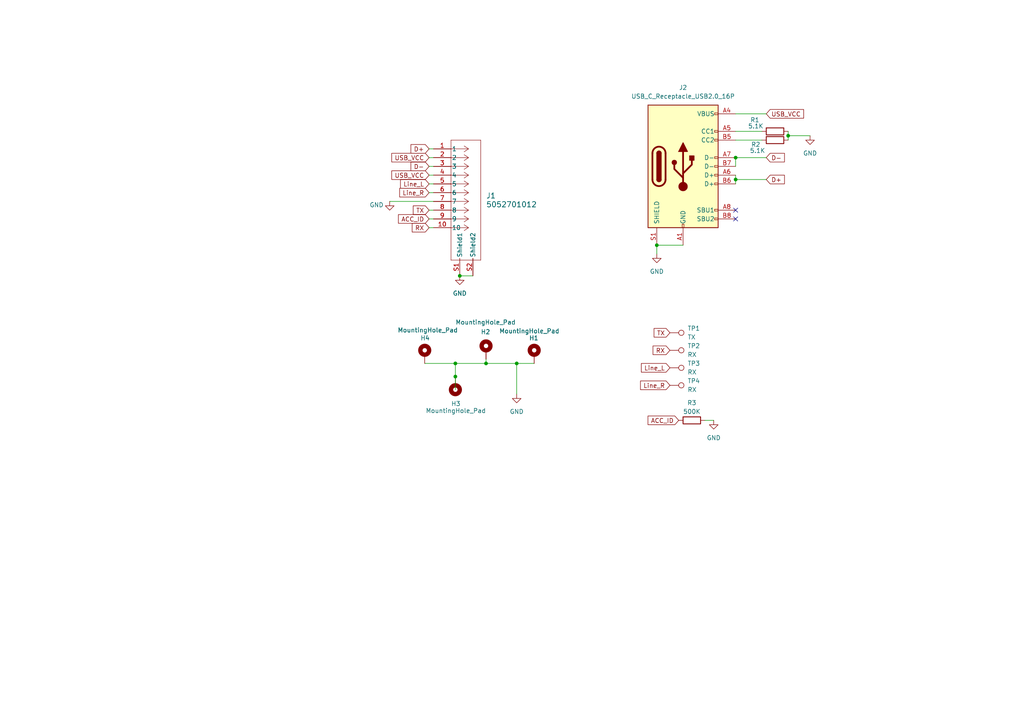
<source format=kicad_sch>
(kicad_sch (version 20231120) (generator "eeschema") (generator_version "8.0")
  (paper "A4")
  (lib_symbols
    (symbol "Connector:5052701012" (pin_names (offset 0.254))
      (property "Reference" "J" (at 8.89 6.35 0))
      (property "Value" "5052701012" (at 21.336 -22.86 0))
      (symbol "5052701012_1_1"
        (polyline (pts (xy 5.08 -32.258) (xy 13.716 -32.258)) (stroke (width 0.127)))
        (polyline (pts (xy 5.08 2.54) (xy 5.08 -32.258)) (stroke (width 0.127)))
        (polyline (pts (xy 10.16 -22.86) (xy 5.08 -22.86)) (stroke (width 0.127)))
        (polyline (pts (xy 10.16 -22.86) (xy 8.89 -23.7067)) (stroke (width 0.127)))
        (polyline (pts (xy 10.16 -22.86) (xy 8.89 -22.0133)) (stroke (width 0.127)))
        (polyline (pts (xy 10.16 -20.32) (xy 5.08 -20.32)) (stroke (width 0.127)))
        (polyline (pts (xy 10.16 -20.32) (xy 8.89 -21.1667)) (stroke (width 0.127)))
        (polyline (pts (xy 10.16 -20.32) (xy 8.89 -19.4733)) (stroke (width 0.127)))
        (polyline (pts (xy 10.16 -17.78) (xy 5.08 -17.78)) (stroke (width 0.127)))
        (polyline (pts (xy 10.16 -17.78) (xy 8.89 -18.6267)) (stroke (width 0.127)))
        (polyline (pts (xy 10.16 -17.78) (xy 8.89 -16.9333)) (stroke (width 0.127)))
        (polyline (pts (xy 10.16 -15.24) (xy 5.08 -15.24)) (stroke (width 0.127)))
        (polyline (pts (xy 10.16 -15.24) (xy 8.89 -16.0867)) (stroke (width 0.127)))
        (polyline (pts (xy 10.16 -15.24) (xy 8.89 -14.3933)) (stroke (width 0.127)))
        (polyline (pts (xy 10.16 -12.7) (xy 5.08 -12.7)) (stroke (width 0.127)))
        (polyline (pts (xy 10.16 -12.7) (xy 8.89 -13.5467)) (stroke (width 0.127)))
        (polyline (pts (xy 10.16 -12.7) (xy 8.89 -11.8533)) (stroke (width 0.127)))
        (polyline (pts (xy 10.16 -10.16) (xy 5.08 -10.16)) (stroke (width 0.127)))
        (polyline (pts (xy 10.16 -10.16) (xy 8.89 -11.0067)) (stroke (width 0.127)))
        (polyline (pts (xy 10.16 -10.16) (xy 8.89 -9.3133)) (stroke (width 0.127)))
        (polyline (pts (xy 10.16 -7.62) (xy 5.08 -7.62)) (stroke (width 0.127)))
        (polyline (pts (xy 10.16 -7.62) (xy 8.89 -8.4667)) (stroke (width 0.127)))
        (polyline (pts (xy 10.16 -7.62) (xy 8.89 -6.7733)) (stroke (width 0.127)))
        (polyline (pts (xy 10.16 -5.08) (xy 5.08 -5.08)) (stroke (width 0.127)))
        (polyline (pts (xy 10.16 -5.08) (xy 8.89 -5.9267)) (stroke (width 0.127)))
        (polyline (pts (xy 10.16 -5.08) (xy 8.89 -4.2333)) (stroke (width 0.127)))
        (polyline (pts (xy 10.16 -2.54) (xy 5.08 -2.54)) (stroke (width 0.127)))
        (polyline (pts (xy 10.16 -2.54) (xy 8.89 -3.3867)) (stroke (width 0.127)))
        (polyline (pts (xy 10.16 -2.54) (xy 8.89 -1.6933)) (stroke (width 0.127)))
        (polyline (pts (xy 10.16 0) (xy 5.08 0)) (stroke (width 0.127)))
        (polyline (pts (xy 10.16 0) (xy 8.89 -0.8467)) (stroke (width 0.127)))
        (polyline (pts (xy 10.16 0) (xy 8.89 0.8467)) (stroke (width 0.127)))
        (polyline (pts (xy 13.716 -32.258) (xy 13.716 2.54)) (stroke (width 0.127)))
        (polyline (pts (xy 13.716 2.54) (xy 5.08 2.54)) (stroke (width 0.127)))
        (pin unspecified line (at 0 0 0) (length 5.08) (name "1") (number "1"))
        (pin unspecified line (at 0 -22.86 0) (length 5.08) (name "10") (number "10"))
        (pin unspecified line (at 0 -2.54 0) (length 5.08) (name "2") (number "2"))
        (pin unspecified line (at 0 -5.08 0) (length 5.08) (name "3") (number "3"))
        (pin unspecified line (at 0 -7.62 0) (length 5.08) (name "4") (number "4"))
        (pin unspecified line (at 0 -10.16 0) (length 5.08) (name "5") (number "5"))
        (pin unspecified line (at 0 -12.7 0) (length 5.08) (name "6") (number "6"))
        (pin unspecified line (at 0 -15.24 0) (length 5.08) (name "7") (number "7"))
        (pin unspecified line (at 0 -17.78 0) (length 5.08) (name "8") (number "8"))
        (pin unspecified line (at 0 -20.32 0) (length 5.08) (name "9") (number "9"))
        (pin input line (at 7.62 -36.83 90) (length 5.08) (name "Shield1") (number "S1"))
        (pin input line (at 11.43 -36.83 90) (length 5.08) (name "Shield2") (number "S2"))
      )
      (symbol "5052701012_1_2"
        (polyline (pts (xy 5.08 -25.4) (xy 12.7 -25.4)) (stroke (width 0.127)))
        (polyline (pts (xy 5.08 2.54) (xy 5.08 -25.4)) (stroke (width 0.127)))
        (polyline (pts (xy 7.62 -22.86) (xy 5.08 -22.86)) (stroke (width 0.127)))
        (polyline (pts (xy 7.62 -22.86) (xy 8.89 -23.7067)) (stroke (width 0.127)))
        (polyline (pts (xy 7.62 -22.86) (xy 8.89 -22.0133)) (stroke (width 0.127)))
        (polyline (pts (xy 7.62 -20.32) (xy 5.08 -20.32)) (stroke (width 0.127)))
        (polyline (pts (xy 7.62 -20.32) (xy 8.89 -21.1667)) (stroke (width 0.127)))
        (polyline (pts (xy 7.62 -20.32) (xy 8.89 -19.4733)) (stroke (width 0.127)))
        (polyline (pts (xy 7.62 -17.78) (xy 5.08 -17.78)) (stroke (width 0.127)))
        (polyline (pts (xy 7.62 -17.78) (xy 8.89 -18.6267)) (stroke (width 0.127)))
        (polyline (pts (xy 7.62 -17.78) (xy 8.89 -16.9333)) (stroke (width 0.127)))
        (polyline (pts (xy 7.62 -15.24) (xy 5.08 -15.24)) (stroke (width 0.127)))
        (polyline (pts (xy 7.62 -15.24) (xy 8.89 -16.0867)) (stroke (width 0.127)))
        (polyline (pts (xy 7.62 -15.24) (xy 8.89 -14.3933)) (stroke (width 0.127)))
        (polyline (pts (xy 7.62 -12.7) (xy 5.08 -12.7)) (stroke (width 0.127)))
        (polyline (pts (xy 7.62 -12.7) (xy 8.89 -13.5467)) (stroke (width 0.127)))
        (polyline (pts (xy 7.62 -12.7) (xy 8.89 -11.8533)) (stroke (width 0.127)))
        (polyline (pts (xy 7.62 -10.16) (xy 5.08 -10.16)) (stroke (width 0.127)))
        (polyline (pts (xy 7.62 -10.16) (xy 8.89 -11.0067)) (stroke (width 0.127)))
        (polyline (pts (xy 7.62 -10.16) (xy 8.89 -9.3133)) (stroke (width 0.127)))
        (polyline (pts (xy 7.62 -7.62) (xy 5.08 -7.62)) (stroke (width 0.127)))
        (polyline (pts (xy 7.62 -7.62) (xy 8.89 -8.4667)) (stroke (width 0.127)))
        (polyline (pts (xy 7.62 -7.62) (xy 8.89 -6.7733)) (stroke (width 0.127)))
        (polyline (pts (xy 7.62 -5.08) (xy 5.08 -5.08)) (stroke (width 0.127)))
        (polyline (pts (xy 7.62 -5.08) (xy 8.89 -5.9267)) (stroke (width 0.127)))
        (polyline (pts (xy 7.62 -5.08) (xy 8.89 -4.2333)) (stroke (width 0.127)))
        (polyline (pts (xy 7.62 -2.54) (xy 5.08 -2.54)) (stroke (width 0.127)))
        (polyline (pts (xy 7.62 -2.54) (xy 8.89 -3.3867)) (stroke (width 0.127)))
        (polyline (pts (xy 7.62 -2.54) (xy 8.89 -1.6933)) (stroke (width 0.127)))
        (polyline (pts (xy 7.62 0) (xy 5.08 0)) (stroke (width 0.127)))
        (polyline (pts (xy 7.62 0) (xy 8.89 -0.8467)) (stroke (width 0.127)))
        (polyline (pts (xy 7.62 0) (xy 8.89 0.8467)) (stroke (width 0.127)))
        (polyline (pts (xy 12.7 -25.4) (xy 12.7 2.54)) (stroke (width 0.127)))
        (polyline (pts (xy 12.7 2.54) (xy 5.08 2.54)) (stroke (width 0.127)))
        (pin unspecified line (at 0 0 0) (length 5.08) (name "1") (number "1"))
        (pin unspecified line (at 0 -22.86 0) (length 5.08) (name "10") (number "10"))
        (pin unspecified line (at 0 -2.54 0) (length 5.08) (name "2") (number "2"))
        (pin unspecified line (at 0 -5.08 0) (length 5.08) (name "3") (number "3"))
        (pin unspecified line (at 0 -7.62 0) (length 5.08) (name "4") (number "4"))
        (pin unspecified line (at 0 -10.16 0) (length 5.08) (name "5") (number "5"))
        (pin unspecified line (at 0 -12.7 0) (length 5.08) (name "6") (number "6"))
        (pin unspecified line (at 0 -15.24 0) (length 5.08) (name "7") (number "7"))
        (pin unspecified line (at 0 -17.78 0) (length 5.08) (name "8") (number "8"))
        (pin unspecified line (at 0 -20.32 0) (length 5.08) (name "9") (number "9"))
      )
    )
    (symbol "Connector:TestPoint" (pin_numbers hide) (pin_names (offset 0.762) hide)
      (property "Reference" "TP" (at 0 6.858 0))
      (property "Value" "TestPoint" (at 0 5.08 0))
      (symbol "TestPoint_0_1"
        (circle (center 0 3.302) (radius 0.762))
      )
      (symbol "TestPoint_1_1"
        (pin passive line (at 0 0 90) (length 2.54) (name "1") (number "1"))
      )
    )
    (symbol "Connector:USB_C_Receptacle_USB2.0_16P" (pin_names (offset 1.016))
      (property "Reference" "J" (at 0 22.225 0))
      (property "Value" "USB_C_Receptacle_USB2.0_16P" (at 0 19.685 0))
      (symbol "USB_C_Receptacle_USB2.0_16P_0_0"
        (rectangle (start -0.254 -17.78) (end 0.254 -16.764))
        (rectangle (start 10.16 -14.986) (end 9.144 -15.494))
        (rectangle (start 10.16 -12.446) (end 9.144 -12.954))
        (rectangle (start 10.16 -4.826) (end 9.144 -5.334))
        (rectangle (start 10.16 -2.286) (end 9.144 -2.794))
        (rectangle (start 10.16 0.254) (end 9.144 -0.254))
        (rectangle (start 10.16 2.794) (end 9.144 2.286))
        (rectangle (start 10.16 7.874) (end 9.144 7.366))
        (rectangle (start 10.16 10.414) (end 9.144 9.906))
        (rectangle (start 10.16 15.494) (end 9.144 14.986))
      )
      (symbol "USB_C_Receptacle_USB2.0_16P_0_1"
        (rectangle (start -10.16 17.78) (end 10.16 -17.78) (stroke (width 0.254)) (fill (type background)))
        (arc (start -8.89 -3.81) (mid -6.985 -5.7067) (end -5.08 -3.81) (stroke (width 0.508)))
        (arc (start -7.62 -3.81) (mid -6.985 -4.4423) (end -6.35 -3.81) (stroke (width 0.254)))
        (arc (start -7.62 -3.81) (mid -6.985 -4.4423) (end -6.35 -3.81) (stroke (width 0.254)) (fill (type outline)))
        (rectangle (start -7.62 -3.81) (end -6.35 3.81) (stroke (width 0.254)) (fill (type outline)))
        (arc (start -6.35 3.81) (mid -6.985 4.4423) (end -7.62 3.81) (stroke (width 0.254)))
        (arc (start -6.35 3.81) (mid -6.985 4.4423) (end -7.62 3.81) (stroke (width 0.254)) (fill (type outline)))
        (arc (start -5.08 3.81) (mid -6.985 5.7067) (end -8.89 3.81) (stroke (width 0.508)))
        (circle (center -2.54 1.143) (radius 0.635) (stroke (width 0.254)) (fill (type outline)))
        (circle (center 0 -5.842) (radius 1.27) (fill (type outline)))
        (polyline (pts (xy -8.89 -3.81) (xy -8.89 3.81)) (stroke (width 0.508)))
        (polyline (pts (xy -5.08 3.81) (xy -5.08 -3.81)) (stroke (width 0.508)))
        (polyline (pts (xy 0 -5.842) (xy 0 4.318)) (stroke (width 0.508)))
        (polyline (pts (xy 0 -3.302) (xy -2.54 -0.762) (xy -2.54 0.508)) (stroke (width 0.508)))
        (polyline (pts (xy 0 -2.032) (xy 2.54 0.508) (xy 2.54 1.778)) (stroke (width 0.508)))
        (polyline (pts (xy -1.27 4.318) (xy 0 6.858) (xy 1.27 4.318) (xy -1.27 4.318)) (stroke (width 0.254)) (fill (type outline)))
        (rectangle (start 1.905 1.778) (end 3.175 3.048) (stroke (width 0.254)) (fill (type outline)))
      )
      (symbol "USB_C_Receptacle_USB2.0_16P_1_1"
        (pin passive line (at 0 -22.86 90) (length 5.08) (name "GND") (number "A1"))
        (pin passive line (at 0 -22.86 90) (length 5.08) hide (name "GND") (number "A12"))
        (pin passive line (at 15.24 15.24 180) (length 5.08) (name "VBUS") (number "A4"))
        (pin bidirectional line (at 15.24 10.16 180) (length 5.08) (name "CC1") (number "A5"))
        (pin bidirectional line (at 15.24 -2.54 180) (length 5.08) (name "D+") (number "A6"))
        (pin bidirectional line (at 15.24 2.54 180) (length 5.08) (name "D-") (number "A7"))
        (pin bidirectional line (at 15.24 -12.7 180) (length 5.08) (name "SBU1") (number "A8"))
        (pin passive line (at 15.24 15.24 180) (length 5.08) hide (name "VBUS") (number "A9"))
        (pin passive line (at 0 -22.86 90) (length 5.08) hide (name "GND") (number "B1"))
        (pin passive line (at 0 -22.86 90) (length 5.08) hide (name "GND") (number "B12"))
        (pin passive line (at 15.24 15.24 180) (length 5.08) hide (name "VBUS") (number "B4"))
        (pin bidirectional line (at 15.24 7.62 180) (length 5.08) (name "CC2") (number "B5"))
        (pin bidirectional line (at 15.24 -5.08 180) (length 5.08) (name "D+") (number "B6"))
        (pin bidirectional line (at 15.24 0 180) (length 5.08) (name "D-") (number "B7"))
        (pin bidirectional line (at 15.24 -15.24 180) (length 5.08) (name "SBU2") (number "B8"))
        (pin passive line (at 15.24 15.24 180) (length 5.08) hide (name "VBUS") (number "B9"))
        (pin passive line (at -7.62 -22.86 90) (length 5.08) (name "SHIELD") (number "S1"))
      )
    )
    (symbol "Device:R" (pin_numbers hide) (pin_names (offset 0))
      (property "Reference" "R" (at 2.032 0 90))
      (property "Value" "R" (at 0 0 90))
      (symbol "R_0_1"
        (rectangle (start -1.016 -2.54) (end 1.016 2.54) (stroke (width 0.254)))
      )
      (symbol "R_1_1"
        (pin passive line (at 0 3.81 270) (length 1.27) (name "~") (number "1"))
        (pin passive line (at 0 -3.81 90) (length 1.27) (name "~") (number "2"))
      )
    )
    (symbol "Mechanical:MountingHole_Pad" (pin_numbers hide) (pin_names (offset 1.016) hide) (exclude_from_sim yes) (in_bom no)
      (property "Reference" "H" (at 0 6.35 0))
      (property "Value" "MountingHole_Pad" (at 0 4.445 0))
      (symbol "MountingHole_Pad_0_1"
        (circle (center 0 1.27) (radius 1.27) (stroke (width 1.27)))
      )
      (symbol "MountingHole_Pad_1_1"
        (pin input line (at 0 -2.54 90) (length 2.54) (name "1") (number "1"))
      )
    )
    (symbol "power:GND" (power) (pin_numbers hide) (pin_names (offset 0) hide)
      (property "Value" "GND" (at 0 -3.81 0))
      (symbol "GND_0_1"
        (polyline (pts (xy 0 0) (xy 0 -1.27) (xy 1.27 -1.27) (xy 0 -2.54) (xy -1.27 -1.27) (xy 0 -1.27)))
      )
      (symbol "GND_1_1"
        (pin power_in line (at 0 0 270) (length 0) (name "~") (number "1"))
      )
    )
  )
  (junction (at 213.36 52.07))
  (junction (at 132.08 105.41))
  (junction (at 140.97 105.41))
  (junction (at 149.86 105.41))
  (junction (at 228.6 39.37))
  (junction (at 132.08 109.22))
  (junction (at 213.36 45.72))
  (junction (at 133.35 80.01))
  (junction (at 190.5 71.12))
  (no_connect (at 213.36 60.96))
  (no_connect (at 213.36 63.5))
  (wire (pts (xy 228.6 39.37) (xy 228.6 40.64)))
  (wire (pts (xy 222.25 52.07) (xy 213.36 52.07)))
  (wire (pts (xy 124.46 50.8) (xy 125.73 50.8)))
  (wire (pts (xy 132.08 109.22) (xy 132.08 105.41)))
  (wire (pts (xy 124.46 55.88) (xy 125.73 55.88)))
  (wire (pts (xy 228.6 38.1) (xy 228.6 39.37)))
  (wire (pts (xy 124.46 43.18) (xy 125.73 43.18)))
  (wire (pts (xy 124.46 48.26) (xy 125.73 48.26)))
  (wire (pts (xy 140.97 104.14) (xy 140.97 105.41)))
  (wire (pts (xy 113.03 58.42) (xy 125.73 58.42)))
  (wire (pts (xy 132.08 105.41) (xy 140.97 105.41)))
  (wire (pts (xy 140.97 105.41) (xy 149.86 105.41)))
  (wire (pts (xy 190.5 73.66) (xy 190.5 71.12)))
  (wire (pts (xy 213.36 45.72) (xy 213.36 48.26)))
  (wire (pts (xy 124.46 53.34) (xy 125.73 53.34)))
  (wire (pts (xy 213.36 45.72) (xy 222.25 45.72)))
  (wire (pts (xy 125.73 60.96) (xy 124.46 60.96)))
  (wire (pts (xy 124.46 66.04) (xy 125.73 66.04)))
  (wire (pts (xy 133.35 80.01) (xy 137.16 80.01)))
  (wire (pts (xy 234.95 39.37) (xy 228.6 39.37)))
  (wire (pts (xy 124.46 45.72) (xy 125.73 45.72)))
  (wire (pts (xy 132.08 113.03) (xy 132.08 109.22)))
  (wire (pts (xy 124.46 63.5) (xy 125.73 63.5)))
  (wire (pts (xy 213.36 50.8) (xy 213.36 52.07)))
  (wire (pts (xy 149.86 114.3) (xy 149.86 105.41)))
  (wire (pts (xy 190.5 71.12) (xy 198.12 71.12)))
  (wire (pts (xy 213.36 52.07) (xy 213.36 53.34)))
  (wire (pts (xy 213.36 40.64) (xy 220.98 40.64)))
  (wire (pts (xy 204.47 121.92) (xy 207.01 121.92)))
  (wire (pts (xy 213.36 38.1) (xy 220.98 38.1)))
  (wire (pts (xy 213.36 33.02) (xy 222.25 33.02)))
  (wire (pts (xy 123.19 105.41) (xy 132.08 105.41)))
  (wire (pts (xy 149.86 105.41) (xy 154.94 105.41)))
  (global_label "USB_VCC" (shape input) (at 124.46 45.72 180) (property "Intersheetrefs" "${INTERSHEET_REFS}" (effects (hide yes))))
  (global_label "USB_VCC" (shape input) (at 124.46 50.8 180) (property "Intersheetrefs" "${INTERSHEET_REFS}" (effects (hide yes))))
  (global_label "D+" (shape input) (at 222.25 52.07 0) (property "Intersheetrefs" "${INTERSHEET_REFS}" (effects (hide yes))))
  (global_label "Line_L" (shape input) (at 124.46 53.34 180) (property "Intersheetrefs" "${INTERSHEET_REFS}" (effects (hide yes))))
  (global_label "RX" (shape input) (at 194.31 101.6 180) (property "Intersheetrefs" "${INTERSHEET_REFS}" (effects (hide yes))))
  (global_label "ACC_ID" (shape input) (at 124.46 63.5 180) (property "Intersheetrefs" "${INTERSHEET_REFS}" (effects (hide yes))))
  (global_label "ACC_ID" (shape input) (at 196.85 121.92 180) (property "Intersheetrefs" "${INTERSHEET_REFS}" (effects (hide yes))))
  (global_label "RX" (shape input) (at 124.46 66.04 180) (property "Intersheetrefs" "${INTERSHEET_REFS}" (effects (hide yes))))
  (global_label "TX" (shape input) (at 124.46 60.96 180) (property "Intersheetrefs" "${INTERSHEET_REFS}" (effects (hide yes))))
  (global_label "D-" (shape input) (at 222.25 45.72 0) (property "Intersheetrefs" "${INTERSHEET_REFS}" (effects (hide yes))))
  (global_label "Line_L" (shape input) (at 194.31 106.68 180) (property "Intersheetrefs" "${INTERSHEET_REFS}" (effects (hide yes))))
  (global_label "Line_R" (shape input) (at 194.31 111.76 180) (property "Intersheetrefs" "${INTERSHEET_REFS}" (effects (hide yes))))
  (global_label "TX" (shape input) (at 194.31 96.52 180) (property "Intersheetrefs" "${INTERSHEET_REFS}" (effects (hide yes))))
  (global_label "D+" (shape input) (at 124.46 43.18 180) (property "Intersheetrefs" "${INTERSHEET_REFS}" (effects (hide yes))))
  (global_label "USB_VCC" (shape input) (at 222.25 33.02 0) (property "Intersheetrefs" "${INTERSHEET_REFS}" (effects (hide yes))))
  (global_label "D-" (shape input) (at 124.46 48.26 180) (property "Intersheetrefs" "${INTERSHEET_REFS}" (effects (hide yes))))
  (global_label "Line_R" (shape input) (at 124.46 55.88 180) (property "Intersheetrefs" "${INTERSHEET_REFS}" (effects (hide yes))))
  (symbol (lib_id "Device:R") (at 200.66 121.92 90) (unit 1)
    (property "Reference" "R3" (at 200.66 116.84 90))
    (property "Value" "500K" (at 200.66 119.38 90))
    (property "Footprint" "Resistor_SMD:R_0603_1608Metric" (effects (hide yes)))
    (property "Description" "Resistor" (effects (hide yes)))
  )
  (symbol (lib_id "power:GND") (at 149.86 114.3 0) (unit 1)
    (property "Reference" "#PWR06" (effects (hide yes)))
    (property "Value" "GND" (at 149.86 119.38 0))
    (property "Description" "Power symbol creates a global label with name \"GND\" , ground" (effects (hide yes)))
  )
  (symbol (lib_id "Connector:TestPoint") (at 194.31 106.68 270) (unit 1)
    (property "Reference" "TP3" (at 199.39 105.4099 90) (effects (justify left)))
    (property "Value" "RX" (at 199.39 107.9499 90) (effects (justify left)))
    (property "Footprint" "TestPoint:TestPoint_Pad_1.0x1.0mm" (effects (hide yes)))
    (property "Description" "test point" (effects (hide yes)))
  )
  (symbol (lib_id "power:GND") (at 133.35 80.01 0) (mirror y) (unit 1)
    (property "Reference" "#PWR01" (effects (hide yes)))
    (property "Value" "GND" (at 133.35 85.09 0))
    (property "Description" "Power symbol creates a global label with name \"GND\" , ground" (effects (hide yes)))
  )
  (symbol (lib_id "Connector:TestPoint") (at 194.31 111.76 270) (unit 1)
    (property "Reference" "TP4" (at 199.39 110.4899 90) (effects (justify left)))
    (property "Value" "RX" (at 199.39 113.0299 90) (effects (justify left)))
    (property "Footprint" "TestPoint:TestPoint_Pad_1.0x1.0mm" (effects (hide yes)))
    (property "Description" "test point" (effects (hide yes)))
  )
  (symbol (lib_id "Mechanical:MountingHole_Pad") (at 140.97 101.6 0) (unit 1) (exclude_from_sim yes) (in_bom no)
    (property "Reference" "H2" (at 139.446 96.266 0) (effects (justify left)))
    (property "Value" "MountingHole_Pad" (at 132.08 93.472 0) (effects (justify left)))
    (property "Footprint" "Connector_USB:iPod_USB-C_PCB_mount" (effects (hide yes)))
    (property "Description" "Mounting Hole with connection" (effects (hide yes)))
  )
  (symbol (lib_id "power:GND") (at 207.01 121.92 0) (unit 1)
    (property "Reference" "#PWR04" (effects (hide yes)))
    (property "Value" "GND" (at 207.01 127 0))
    (property "Description" "Power symbol creates a global label with name \"GND\" , ground" (effects (hide yes)))
  )
  (symbol (lib_id "Device:R") (at 224.79 40.64 90) (unit 1)
    (property "Reference" "R2" (at 219.202 41.91 90))
    (property "Value" "5.1K" (at 219.71 43.688 90))
    (property "Footprint" "Resistor_SMD:R_0603_1608Metric" (effects (hide yes)))
    (property "Description" "Resistor" (effects (hide yes)))
  )
  (symbol (lib_id "power:GND") (at 190.5 73.66 0) (mirror y) (unit 1)
    (property "Reference" "#PWR02" (effects (hide yes)))
    (property "Value" "GND" (at 190.5 78.74 0))
    (property "Description" "Power symbol creates a global label with name \"GND\" , ground" (effects (hide yes)))
  )
  (symbol (lib_id "Mechanical:MountingHole_Pad") (at 154.94 102.87 0) (mirror y) (unit 1) (exclude_from_sim yes) (in_bom no)
    (property "Reference" "H1" (at 156.21 98.044 0) (effects (justify left)))
    (property "Value" "MountingHole_Pad" (at 162.306 96.012 0) (effects (justify left)))
    (property "Footprint" "Connector_USB:iPod_USB-C_PCB_mount" (effects (hide yes)))
    (property "Description" "Mounting Hole with connection" (effects (hide yes)))
  )
  (symbol (lib_id "Connector:USB_C_Receptacle_USB2.0_16P") (at 198.12 48.26 0) (unit 1)
    (property "Reference" "J2" (at 198.12 25.4 0))
    (property "Value" "USB_C_Receptacle_USB2.0_16P" (at 198.12 27.94 0))
    (property "Footprint" "Connector_USB:USB_C_Receptacle_GCT_USB4105-xx-A_16P_TopMnt_Horizontal" (effects (hide yes)))
    (property "Datasheet" "https://www.usb.org/sites/default/files/documents/usb_type-c.zip" (effects (hide yes)))
    (property "Description" "USB 2.0-only 16P Type-C Receptacle connector" (effects (hide yes)))
  )
  (symbol (lib_id "Connector:TestPoint") (at 194.31 101.6 270) (unit 1)
    (property "Reference" "TP2" (at 199.39 100.3299 90) (effects (justify left)))
    (property "Value" "RX" (at 199.39 102.8699 90) (effects (justify left)))
    (property "Footprint" "TestPoint:TestPoint_Pad_1.0x1.0mm" (effects (hide yes)))
    (property "Description" "test point" (effects (hide yes)))
  )
  (symbol (lib_id "power:GND") (at 113.03 58.42 0) (unit 1)
    (property "Reference" "#PWR05" (effects (hide yes)))
    (property "Value" "GND" (at 109.22 59.436 0))
    (property "Description" "Power symbol creates a global label with name \"GND\" , ground" (effects (hide yes)))
  )
  (symbol (lib_id "Connector:TestPoint") (at 194.31 96.52 270) (unit 1)
    (property "Reference" "TP1" (at 199.39 95.2499 90) (effects (justify left)))
    (property "Value" "TX" (at 199.39 97.7899 90) (effects (justify left)))
    (property "Footprint" "TestPoint:TestPoint_Pad_1.0x1.0mm" (effects (hide yes)))
    (property "Description" "test point" (effects (hide yes)))
  )
  (symbol (lib_id "power:GND") (at 234.95 39.37 0) (mirror y) (unit 1)
    (property "Reference" "#PWR03" (effects (hide yes)))
    (property "Value" "GND" (at 234.95 44.45 0))
    (property "Description" "Power symbol creates a global label with name \"GND\" , ground" (effects (hide yes)))
  )
  (symbol (lib_id "Mechanical:MountingHole_Pad") (at 123.19 102.87 0) (unit 1) (exclude_from_sim yes) (in_bom no)
    (property "Reference" "H4" (at 121.92 98.044 0) (effects (justify left)))
    (property "Value" "MountingHole_Pad" (at 115.316 95.758 0) (effects (justify left)))
    (property "Footprint" "Connector_USB:iPod_USB-C_PCB_mount" (effects (hide yes)))
    (property "Description" "Mounting Hole with connection" (effects (hide yes)))
  )
  (symbol (lib_id "Mechanical:MountingHole_Pad") (at 132.08 111.76 180) (unit 1) (exclude_from_sim yes) (in_bom no)
    (property "Reference" "H3" (at 133.604 117.094 0) (effects (justify left)))
    (property "Value" "MountingHole_Pad" (at 140.97 119.126 0) (effects (justify left)))
    (property "Footprint" "Connector_USB:iPod_USB-C_PCB_mount" (effects (hide yes)))
    (property "Description" "Mounting Hole with connection" (effects (hide yes)))
  )
  (symbol (lib_id "Device:R") (at 224.79 38.1 90) (unit 1)
    (property "Reference" "R1" (at 218.948 34.798 90))
    (property "Value" "5.1K" (at 219.202 36.576 90))
    (property "Footprint" "Resistor_SMD:R_0603_1608Metric" (effects (hide yes)))
    (property "Description" "Resistor" (effects (hide yes)))
  )
  (symbol (lib_id "Connector:5052701012") (at 125.73 43.18 0) (unit 1)
    (property "Reference" "J1" (at 140.97 56.7689 0) (effects (font (size 1.524 1.524)) (justify left)))
    (property "Value" "5052701012" (at 140.97 59.3089 0) (effects (font (size 1.524 1.524)) (justify left)))
    (property "Footprint" "Connector_Molex:MOLEX_505270_1012" (effects (hide yes)))
    (property "Datasheet" "5052701012" (effects (hide yes)))
  )
)
</source>
